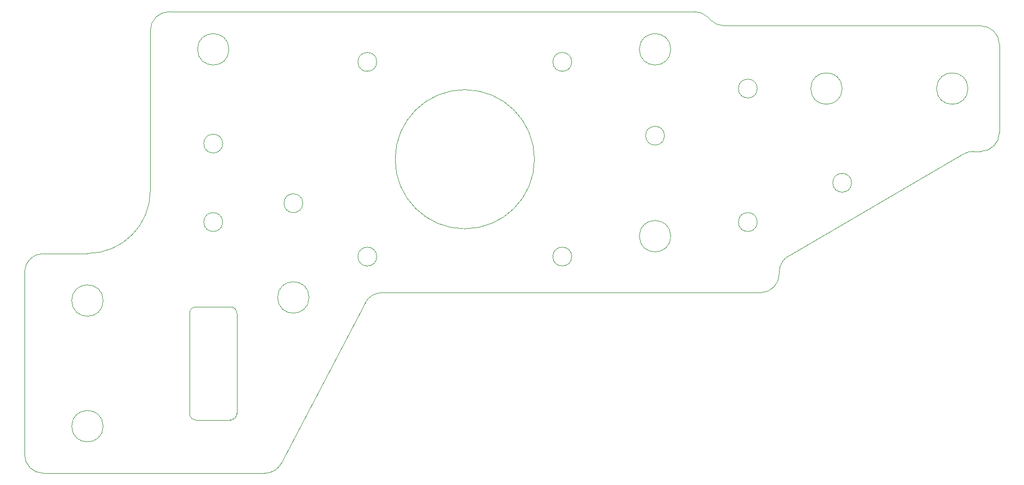
<source format=gm1>
G04 #@! TF.GenerationSoftware,KiCad,Pcbnew,5.1.9+dfsg1-1+deb11u1*
G04 #@! TF.CreationDate,2023-07-28T22:01:51+09:00*
G04 #@! TF.ProjectId,front-motor-mount,66726f6e-742d-46d6-9f74-6f722d6d6f75,rev?*
G04 #@! TF.SameCoordinates,Original*
G04 #@! TF.FileFunction,Profile,NP*
%FSLAX46Y46*%
G04 Gerber Fmt 4.6, Leading zero omitted, Abs format (unit mm)*
G04 Created by KiCad (PCBNEW 5.1.9+dfsg1-1+deb11u1) date 2023-07-28 22:01:51*
%MOMM*%
%LPD*%
G01*
G04 APERTURE LIST*
G04 #@! TA.AperFunction,Profile*
%ADD10C,0.050000*%
G04 #@! TD*
G04 APERTURE END LIST*
D10*
X246561000Y-92500000D02*
X247750000Y-92500000D01*
X217238000Y-109131800D02*
X245049000Y-92908663D01*
X245049407Y-92908652D02*
G75*
G02*
X246561000Y-92500000I1511593J-2591348D01*
G01*
X215749999Y-111723100D02*
G75*
G02*
X217238406Y-109131751I3000001J0D01*
G01*
X250750000Y-89500000D02*
G75*
G02*
X247750000Y-92500000I-3000000J0D01*
G01*
X139990000Y-100750000D02*
G75*
G03*
X139990000Y-100750000I-1500000J0D01*
G01*
X182750000Y-109250000D02*
G75*
G03*
X182750000Y-109250000I-1500000J0D01*
G01*
X127250000Y-103750000D02*
G75*
G03*
X127250000Y-103750000I-1500000J0D01*
G01*
X127250000Y-91250000D02*
G75*
G03*
X127250000Y-91250000I-1500000J0D01*
G01*
X215750000Y-112000000D02*
X215750000Y-111723100D01*
X215750000Y-112000000D02*
G75*
G02*
X212750000Y-115000000I-3000000J0D01*
G01*
X128500000Y-117250000D02*
G75*
G02*
X129500000Y-118250000I0J-1000000D01*
G01*
X98750000Y-108750000D02*
X105750000Y-108750000D01*
X247750000Y-72500000D02*
G75*
G02*
X250750000Y-75500000I0J-3000000D01*
G01*
X202257400Y-70250000D02*
G75*
G02*
X204378720Y-71128680I0J-3000000D01*
G01*
X128250000Y-76250000D02*
G75*
G03*
X128250000Y-76250000I-2500000J0D01*
G01*
X198500000Y-106000000D02*
G75*
G03*
X198500000Y-106000000I-2500000J0D01*
G01*
X198500000Y-76250000D02*
G75*
G03*
X198500000Y-76250000I-2500000J0D01*
G01*
X122000000Y-134250000D02*
X122000000Y-118250000D01*
X123000000Y-135250000D02*
G75*
G02*
X122000000Y-134250000I0J1000000D01*
G01*
X212250000Y-103750000D02*
G75*
G03*
X212250000Y-103750000I-1500000J0D01*
G01*
X212250000Y-82500000D02*
G75*
G03*
X212250000Y-82500000I-1500000J0D01*
G01*
X108250000Y-136250000D02*
G75*
G03*
X108250000Y-136250000I-2500000J0D01*
G01*
X227250000Y-97500000D02*
G75*
G03*
X227250000Y-97500000I-1500000J0D01*
G01*
X115750000Y-98750000D02*
G75*
G02*
X105750000Y-108750000I-10000000J0D01*
G01*
X136591155Y-142137697D02*
G75*
G02*
X133931400Y-143750000I-2659755J1387697D01*
G01*
X206992600Y-72500001D02*
G75*
G02*
X204871279Y-71621321I0J3000001D01*
G01*
X133931400Y-143750000D02*
X98750000Y-143750000D01*
X128500000Y-135250000D02*
X123000000Y-135250000D01*
X151750000Y-78250000D02*
G75*
G03*
X151750000Y-78250000I-1500000J0D01*
G01*
X98750000Y-143750000D02*
G75*
G02*
X95750000Y-140750000I0J3000000D01*
G01*
X152568600Y-115000000D02*
X212750000Y-115000000D01*
X197500000Y-90000000D02*
G75*
G03*
X197500000Y-90000000I-1500000J0D01*
G01*
X176825000Y-93750000D02*
G75*
G03*
X176825000Y-93750000I-11075000J0D01*
G01*
X225750000Y-82500000D02*
G75*
G03*
X225750000Y-82500000I-2500000J0D01*
G01*
X122000000Y-118250000D02*
G75*
G02*
X123000000Y-117250000I1000000J0D01*
G01*
X118750000Y-70250000D02*
X202257400Y-70250000D01*
X129500000Y-118250000D02*
X129500000Y-134250000D01*
X95750000Y-111750000D02*
G75*
G02*
X98750000Y-108750000I3000000J0D01*
G01*
X250750000Y-75500000D02*
X250750000Y-89500000D01*
X206992600Y-72500000D02*
X247750000Y-72500000D01*
X151750000Y-109250000D02*
G75*
G03*
X151750000Y-109250000I-1500000J0D01*
G01*
X245750000Y-82500000D02*
G75*
G03*
X245750000Y-82500000I-2500000J0D01*
G01*
X149908850Y-116612293D02*
G75*
G02*
X152568600Y-115000000I2659750J-1387707D01*
G01*
X140990000Y-115750000D02*
G75*
G03*
X140990000Y-115750000I-2500000J0D01*
G01*
X149908800Y-116612300D02*
X136591200Y-142137700D01*
X115750000Y-98750000D02*
X115750000Y-73250000D01*
X123000000Y-117250000D02*
X128500000Y-117250000D01*
X95750000Y-140750000D02*
X95750000Y-111750000D01*
X182750000Y-78250000D02*
G75*
G03*
X182750000Y-78250000I-1500000J0D01*
G01*
X204378700Y-71128700D02*
X204871300Y-71621300D01*
X108250000Y-116250000D02*
G75*
G03*
X108250000Y-116250000I-2500000J0D01*
G01*
X129500000Y-134250000D02*
G75*
G02*
X128500000Y-135250000I-1000000J0D01*
G01*
X115750000Y-73250000D02*
G75*
G02*
X118750000Y-70250000I3000000J0D01*
G01*
M02*

</source>
